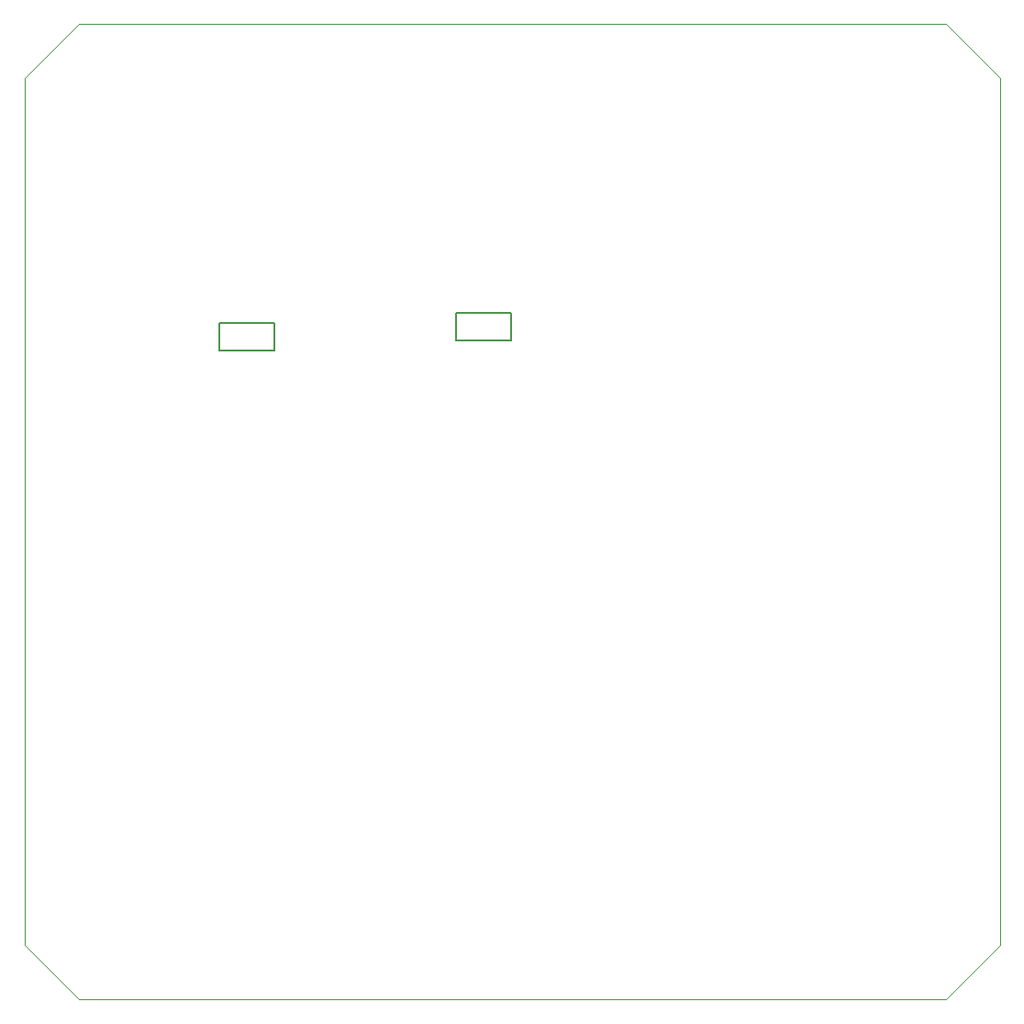
<source format=gbo>
G75*
%MOIN*%
%OFA0B0*%
%FSLAX25Y25*%
%IPPOS*%
%LPD*%
%AMOC8*
5,1,8,0,0,1.08239X$1,22.5*
%
%ADD10C,0.00800*%
%ADD11C,0.00000*%
D10*
X0081900Y0247267D02*
X0081900Y0257267D01*
X0101900Y0257267D01*
X0101900Y0247267D01*
X0081900Y0247267D01*
X0167700Y0250867D02*
X0167700Y0260867D01*
X0187700Y0260867D01*
X0187700Y0250867D01*
X0167700Y0250867D01*
D11*
X0010944Y0031192D02*
X0030629Y0011507D01*
X0345590Y0011507D01*
X0365275Y0031192D01*
X0365275Y0346152D01*
X0345590Y0365837D01*
X0030629Y0365837D01*
X0010944Y0346152D01*
X0010944Y0031192D01*
M02*

</source>
